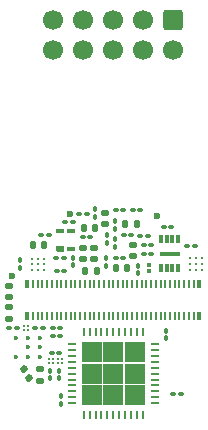
<source format=gbs>
%TF.GenerationSoftware,KiCad,Pcbnew,8.0.3*%
%TF.CreationDate,2024-10-01T18:17:42-04:00*%
%TF.ProjectId,headstage-16stim,68656164-7374-4616-9765-2d3136737469,B*%
%TF.SameCoordinates,Original*%
%TF.FileFunction,Soldermask,Bot*%
%TF.FilePolarity,Negative*%
%FSLAX46Y46*%
G04 Gerber Fmt 4.6, Leading zero omitted, Abs format (unit mm)*
G04 Created by KiCad (PCBNEW 8.0.3) date 2024-10-01 18:17:42*
%MOMM*%
%LPD*%
G01*
G04 APERTURE LIST*
G04 Aperture macros list*
%AMRoundRect*
0 Rectangle with rounded corners*
0 $1 Rounding radius*
0 $2 $3 $4 $5 $6 $7 $8 $9 X,Y pos of 4 corners*
0 Add a 4 corners polygon primitive as box body*
4,1,4,$2,$3,$4,$5,$6,$7,$8,$9,$2,$3,0*
0 Add four circle primitives for the rounded corners*
1,1,$1+$1,$2,$3*
1,1,$1+$1,$4,$5*
1,1,$1+$1,$6,$7*
1,1,$1+$1,$8,$9*
0 Add four rect primitives between the rounded corners*
20,1,$1+$1,$2,$3,$4,$5,0*
20,1,$1+$1,$4,$5,$6,$7,0*
20,1,$1+$1,$6,$7,$8,$9,0*
20,1,$1+$1,$8,$9,$2,$3,0*%
%AMFreePoly0*
4,1,13,-0.200000,0.200000,0.080000,0.200000,0.125922,0.190866,0.164853,0.164853,0.190866,0.125922,0.200000,0.080000,0.200000,-0.080000,0.190866,-0.125922,0.164853,-0.164853,0.125922,-0.190866,0.080000,-0.200000,-0.200000,-0.200000,-0.200000,0.200000,-0.200000,0.200000,$1*%
%AMFreePoly1*
4,1,13,-0.200000,0.080000,-0.190866,0.125922,-0.164853,0.164853,-0.125922,0.190866,-0.080000,0.200000,0.200000,0.200000,0.200000,-0.200000,-0.080000,-0.200000,-0.125922,-0.190866,-0.164853,-0.164853,-0.190866,-0.125922,-0.200000,-0.080000,-0.200000,0.080000,-0.200000,0.080000,$1*%
%AMFreePoly2*
4,1,6,0.350000,-0.250000,-0.225000,-0.250000,-0.350000,-0.125000,-0.350000,0.250000,0.350000,0.250000,0.350000,-0.250000,0.350000,-0.250000,$1*%
G04 Aperture macros list end*
%ADD10RoundRect,0.250000X-0.600000X0.600000X-0.600000X-0.600000X0.600000X-0.600000X0.600000X0.600000X0*%
%ADD11C,1.700000*%
%ADD12RoundRect,0.100000X-0.100000X0.130000X-0.100000X-0.130000X0.100000X-0.130000X0.100000X0.130000X0*%
%ADD13C,0.600000*%
%ADD14RoundRect,0.100000X0.130000X0.100000X-0.130000X0.100000X-0.130000X-0.100000X0.130000X-0.100000X0*%
%ADD15RoundRect,0.100000X-0.130000X-0.100000X0.130000X-0.100000X0.130000X0.100000X-0.130000X0.100000X0*%
%ADD16FreePoly0,90.000000*%
%ADD17FreePoly1,90.000000*%
%ADD18RoundRect,0.140000X0.170000X-0.140000X0.170000X0.140000X-0.170000X0.140000X-0.170000X-0.140000X0*%
%ADD19RoundRect,0.140000X0.140000X0.170000X-0.140000X0.170000X-0.140000X-0.170000X0.140000X-0.170000X0*%
%ADD20C,0.250000*%
%ADD21R,1.700000X0.300000*%
%ADD22R,0.300000X0.650000*%
%ADD23RoundRect,0.140000X-0.140000X-0.170000X0.140000X-0.170000X0.140000X0.170000X-0.140000X0.170000X0*%
%ADD24RoundRect,0.140000X-0.170000X0.140000X-0.170000X-0.140000X0.170000X-0.140000X0.170000X0.140000X0*%
%ADD25RoundRect,0.100000X0.100000X-0.130000X0.100000X0.130000X-0.100000X0.130000X-0.100000X-0.130000X0*%
%ADD26C,0.200000*%
%ADD27R,1.800000X1.800000*%
%ADD28R,0.800000X0.250000*%
%ADD29R,0.250000X0.800000*%
%ADD30C,0.359999*%
%ADD31RoundRect,0.140000X-0.217224X0.036244X-0.077224X-0.206244X0.217224X-0.036244X0.077224X0.206244X0*%
%ADD32R,0.230000X0.660000*%
%ADD33R,0.350000X0.660000*%
%ADD34R,0.700000X0.400000*%
%ADD35FreePoly2,0.000000*%
G04 APERTURE END LIST*
D10*
%TO.C,J3*%
X128580000Y-38247500D03*
D11*
X128580000Y-40787500D03*
X126040000Y-38247500D03*
X126040000Y-40787500D03*
X123500000Y-38247500D03*
X123500000Y-40787500D03*
X120960000Y-38247500D03*
X120960000Y-40787500D03*
X118420000Y-38247500D03*
X118420000Y-40787500D03*
%TD*%
D12*
%TO.C,C24*%
X115610000Y-59250000D03*
X115610000Y-58610000D03*
%TD*%
D13*
%TO.C,TP3*%
X119830000Y-54670000D03*
%TD*%
D14*
%TO.C,C27*%
X118380000Y-65050000D03*
X119020000Y-65050000D03*
%TD*%
D15*
%TO.C,R13*%
X129220000Y-69940000D03*
X128580000Y-69940000D03*
%TD*%
%TO.C,R16*%
X118060000Y-56450000D03*
X117420000Y-56450000D03*
%TD*%
D12*
%TO.C,C65*%
X118870000Y-68580000D03*
X118870000Y-67940000D03*
%TD*%
D16*
%TO.C,JP1*%
X126513576Y-58973576D03*
D17*
X126513576Y-59493576D03*
%TD*%
D12*
%TO.C,C43*%
X123643576Y-57443576D03*
X123643576Y-56803576D03*
%TD*%
D14*
%TO.C,C28*%
X118380000Y-64350000D03*
X119020000Y-64350000D03*
%TD*%
D18*
%TO.C,C52*%
X122838576Y-54603576D03*
X122838576Y-55563576D03*
%TD*%
D19*
%TO.C,C54*%
X121130000Y-59490000D03*
X122090000Y-59490000D03*
%TD*%
D20*
%TO.C,U2*%
X117613576Y-59450000D03*
X117613576Y-58950000D03*
X117613576Y-58450000D03*
X117113576Y-59450000D03*
X117113576Y-58950000D03*
X117113576Y-58450000D03*
X116613576Y-59450000D03*
X116613576Y-58950000D03*
X116613576Y-58450000D03*
%TD*%
D21*
%TO.C,U11*%
X128263576Y-58033576D03*
D22*
X129013576Y-56783576D03*
X128513576Y-56783576D03*
X128013576Y-56783576D03*
X127513576Y-56783576D03*
X127513576Y-59283576D03*
X128013576Y-59283576D03*
X128513576Y-59283576D03*
X129013576Y-59283576D03*
%TD*%
D14*
%TO.C,R2*%
X123718576Y-54383576D03*
X124358576Y-54383576D03*
%TD*%
D23*
%TO.C,C55*%
X125473576Y-55533576D03*
X124513576Y-55533576D03*
%TD*%
D12*
%TO.C,L10*%
X120113576Y-59003576D03*
X120113576Y-58363576D03*
%TD*%
D14*
%TO.C,L13*%
X118718576Y-59533576D03*
X119358576Y-59533576D03*
%TD*%
D15*
%TO.C,R22*%
X126733576Y-58033576D03*
X126093576Y-58033576D03*
%TD*%
%TO.C,C45*%
X124333576Y-58433576D03*
X123693576Y-58433576D03*
%TD*%
D14*
%TO.C,L16*%
X119443576Y-55383576D03*
X120083576Y-55383576D03*
%TD*%
%TO.C,C66*%
X118280000Y-66410000D03*
X118920000Y-66410000D03*
%TD*%
D19*
%TO.C,C23*%
X116700000Y-57320000D03*
X117660000Y-57320000D03*
%TD*%
D24*
%TO.C,C57*%
X120913576Y-58520000D03*
X120913576Y-57560000D03*
%TD*%
D14*
%TO.C,C49*%
X120918576Y-56633576D03*
X121558576Y-56633576D03*
%TD*%
D24*
%TO.C,C37*%
X117330000Y-68780000D03*
X117330000Y-67820000D03*
%TD*%
D15*
%TO.C,C47*%
X125033576Y-56433576D03*
X124393576Y-56433576D03*
%TD*%
D24*
%TO.C,C51*%
X121863576Y-58510000D03*
X121863576Y-57550000D03*
%TD*%
D19*
%TO.C,C56*%
X120983576Y-55833576D03*
X121943576Y-55833576D03*
%TD*%
D25*
%TO.C,C44*%
X123663576Y-55313576D03*
X123663576Y-55953576D03*
%TD*%
D12*
%TO.C,C48*%
X122943576Y-57103576D03*
X122943576Y-56463576D03*
%TD*%
D26*
%TO.C,U10*%
X118437500Y-67327500D03*
X118437500Y-66977500D03*
X118087500Y-67327500D03*
X118087500Y-66977500D03*
%TD*%
D27*
%TO.C,U1*%
X125300000Y-70000000D03*
X123500000Y-68200000D03*
X125300000Y-68200000D03*
X123500000Y-70000000D03*
X123500000Y-66400000D03*
X121700000Y-66400000D03*
X125300000Y-66400000D03*
X121700000Y-70000000D03*
X121700000Y-68200000D03*
D28*
X127000000Y-70700000D03*
X127000000Y-70200000D03*
X127000000Y-69700000D03*
X127000000Y-69200000D03*
X127000000Y-68700000D03*
X127000000Y-68200000D03*
X127000000Y-67700000D03*
X127000000Y-67200000D03*
X127000000Y-66700000D03*
X127000000Y-66200000D03*
X127000000Y-65700000D03*
D29*
X126000000Y-64700000D03*
X125500000Y-64700000D03*
X125000000Y-64700000D03*
X124500000Y-64700000D03*
X124000000Y-64700000D03*
X123500000Y-64700000D03*
X123000000Y-64700000D03*
X122500000Y-64700000D03*
X122000000Y-64700000D03*
X121500000Y-64700000D03*
X121000000Y-64700000D03*
D28*
X120000000Y-65700000D03*
X120000000Y-66200000D03*
X120000000Y-66700000D03*
X120000000Y-67200000D03*
X120000000Y-67700000D03*
X120000000Y-68200000D03*
X120000000Y-68700000D03*
X120000000Y-69200000D03*
X120000000Y-69700000D03*
X120000000Y-70200000D03*
X120000000Y-70700000D03*
D29*
X121000000Y-71700000D03*
X121500000Y-71700000D03*
X122000000Y-71700000D03*
X122500000Y-71700000D03*
X123000000Y-71700000D03*
X123500000Y-71700000D03*
X124000000Y-71700000D03*
X124500000Y-71700000D03*
X125000000Y-71700000D03*
X125500000Y-71700000D03*
X126000000Y-71700000D03*
%TD*%
D14*
%TO.C,R1*%
X125130000Y-54383576D03*
X125770000Y-54383576D03*
%TD*%
D13*
%TO.C,TP1*%
X127200000Y-54860000D03*
%TD*%
D26*
%TO.C,U5*%
X119185000Y-67325000D03*
X119185000Y-66975000D03*
X118835000Y-67325000D03*
X118835000Y-66975000D03*
%TD*%
D25*
%TO.C,L12*%
X125613576Y-59063576D03*
X125613576Y-59703576D03*
%TD*%
D12*
%TO.C,C22*%
X127940000Y-65220000D03*
X127940000Y-64580000D03*
%TD*%
%TO.C,C69*%
X118170000Y-68580000D03*
X118170000Y-67940000D03*
%TD*%
D15*
%TO.C,C67*%
X117520000Y-64300000D03*
X116880000Y-64300000D03*
%TD*%
D14*
%TO.C,C42*%
X127780000Y-55760000D03*
X128420000Y-55760000D03*
%TD*%
D24*
%TO.C,C32*%
X114640000Y-61720000D03*
X114640000Y-60760000D03*
%TD*%
D14*
%TO.C,C58*%
X118668576Y-58383576D03*
X119308576Y-58383576D03*
%TD*%
D25*
%TO.C,L11*%
X121988576Y-54288576D03*
X121988576Y-54928576D03*
%TD*%
D13*
%TO.C,TP4*%
X114950000Y-59930000D03*
%TD*%
D12*
%TO.C,R23*%
X119100000Y-70750000D03*
X119100000Y-70110000D03*
%TD*%
D30*
%TO.C,U13*%
X115300000Y-66750000D03*
X116300000Y-66750000D03*
X117300000Y-66750000D03*
X116300000Y-65950000D03*
X117300000Y-65950000D03*
X115300000Y-65150000D03*
X116300000Y-65150000D03*
X117299998Y-65149999D03*
%TD*%
D31*
%TO.C,C30*%
X116380000Y-68595692D03*
X115900000Y-67764308D03*
%TD*%
D14*
%TO.C,L15*%
X120623576Y-54643576D03*
X121263576Y-54643576D03*
%TD*%
D20*
%TO.C,U6*%
X131010000Y-58383576D03*
X130510000Y-58383576D03*
X130010000Y-58383576D03*
X131010000Y-58883576D03*
X130510000Y-58883576D03*
X130010000Y-58883576D03*
X131010000Y-59383576D03*
X130510000Y-59383576D03*
X130010000Y-59383576D03*
%TD*%
D23*
%TO.C,C53*%
X124693576Y-59283576D03*
X123733576Y-59283576D03*
%TD*%
D14*
%TO.C,R26*%
X129760000Y-57420000D03*
X130400000Y-57420000D03*
%TD*%
D24*
%TO.C,C50*%
X125203576Y-58273576D03*
X125203576Y-57313576D03*
%TD*%
D32*
%TO.C,J2*%
X130300000Y-63355000D03*
X130300000Y-60645000D03*
X129900000Y-63355000D03*
X129900000Y-60645000D03*
X129500000Y-63355000D03*
X129500000Y-60645000D03*
X129100000Y-63355000D03*
X129100000Y-60645000D03*
X128700000Y-63355000D03*
X128700000Y-60645000D03*
X128300000Y-63355000D03*
X128300000Y-60645000D03*
X127900000Y-63355000D03*
X127900000Y-60645000D03*
X127500000Y-63355000D03*
X127500000Y-60645000D03*
X127100000Y-63355000D03*
X127100000Y-60645000D03*
X126700000Y-63355000D03*
X126700000Y-60645000D03*
X126300000Y-63355000D03*
X126300000Y-60645000D03*
X125900000Y-63355000D03*
X125900000Y-60645000D03*
X125500000Y-63355000D03*
X125500000Y-60645000D03*
X125100000Y-63355000D03*
X125100000Y-60645000D03*
X124700000Y-63355000D03*
X124700000Y-60645000D03*
X124300000Y-63355000D03*
X124300000Y-60645000D03*
X123900000Y-63355000D03*
X123900000Y-60645000D03*
X123500000Y-63355000D03*
X123500000Y-60645000D03*
X123100000Y-63355000D03*
X123100000Y-60645000D03*
X122700000Y-63355000D03*
X122700000Y-60645000D03*
X122300000Y-63355000D03*
X122300000Y-60645000D03*
X121900000Y-63355000D03*
X121900000Y-60645000D03*
X121500000Y-63355000D03*
X121500000Y-60645000D03*
X121100000Y-63355000D03*
X121100000Y-60645000D03*
X120700000Y-63355000D03*
X120700000Y-60645000D03*
X120300000Y-63355000D03*
X120300000Y-60645000D03*
X119900000Y-63355000D03*
X119900000Y-60645000D03*
X119500000Y-63355000D03*
X119500000Y-60645000D03*
X119100000Y-63355000D03*
X119100000Y-60645000D03*
X118700000Y-63355000D03*
X118700000Y-60645000D03*
X118300000Y-63355000D03*
X118300000Y-60645000D03*
X117900000Y-63355000D03*
X117900000Y-60645000D03*
X117500000Y-63355000D03*
X117500000Y-60645000D03*
X117100000Y-63355000D03*
X117100000Y-60645000D03*
X116700000Y-63355000D03*
X116700000Y-60645000D03*
D33*
X130775000Y-63355000D03*
X130775000Y-60645000D03*
X116225000Y-63355000D03*
X116225000Y-60645000D03*
%TD*%
D34*
%TO.C,U12*%
X119913576Y-57658576D03*
X119913576Y-56108576D03*
X118963576Y-56108576D03*
D35*
X118963576Y-57608576D03*
%TD*%
D14*
%TO.C,C68*%
X114680000Y-64300000D03*
X115320000Y-64300000D03*
%TD*%
D15*
%TO.C,L14*%
X126433576Y-56533576D03*
X125793576Y-56533576D03*
%TD*%
D24*
%TO.C,C31*%
X114640000Y-63530000D03*
X114640000Y-62570000D03*
%TD*%
D26*
%TO.C,U9*%
X116275000Y-64125000D03*
X115925000Y-64125000D03*
X116275000Y-64475000D03*
X115925000Y-64475000D03*
%TD*%
D15*
%TO.C,R21*%
X126733576Y-57333576D03*
X126093576Y-57333576D03*
%TD*%
D12*
%TO.C,C46*%
X122913576Y-59043576D03*
X122913576Y-58403576D03*
%TD*%
M02*

</source>
